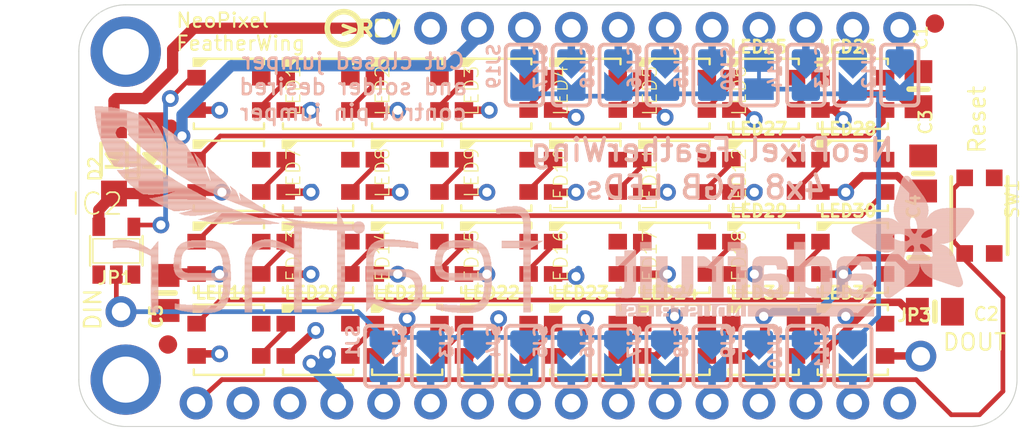
<source format=kicad_pcb>
(kicad_pcb (version 20211014) (generator pcbnew)
  (layers (0 "F.Cu" signal) (31 "B.Cu" signal) (34 "B.Paste" user) (35 "F.Paste" user) (36 "B.SilkS" user "B.Silkscreen") (37 "F.SilkS" user "F.Silkscreen") (38 "B.Mask" user) (39 "F.Mask" user) (44 "Edge.Cuts" user))
  (net 0 "")
  (net 1 "N$4")
  (net 2 "N$6")
  (net 3 "N$7")
  (net 4 "N$8")
  (net 5 "N$9")
  (net 6 "N$10")
  (net 7 "N$11")
  (net 8 "N$12")
  (net 9 "N$13")
  (net 10 "N$14")
  (net 11 "N$15")
  (net 12 "N$18")
  (net 13 "VBAT")
  (net 14 "USB")
  (net 15 "N$3")
  (net 16 "N$5")
  (net 17 "N$19")
  (net 18 "N$20")
  (net 19 "N$21")
  (net 20 "N$23")
  (net 21 "N$24")
  (net 22 "N$25")
  (net 23 "VDD")
  (net 24 "GND")
  (net 25 "N$26")
  (net 26 "N$27")
  (net 27 "N$28")
  (net 28 "N$29")
  (net 29 "N$30")
  (net 30 "N$31")
  (net 31 "N$32")
  (net 32 "N$33")
  (net 33 "N$34")
  (net 34 "N$35")
  (net 35 "N$36")
  (net 36 "N$37")
  (net 37 "N$38")
  (net 38 "N$39")
  (net 39 "N$40")
  (net 40 "N$42")
  (net 41 "D6")
  (net 42 "DIN")
  (net 43 "N$22")
  (net 44 "N$1")
  (net 45 "N$2")
  (net 46 "N$17")
  (net 47 "N$43")
  (net 48 "N$44")
  (net 49 "N$45")
  (net 50 "N$16")
  (net 51 "N$47")
  (net 52 "N$41")
  (net 53 "N$48")
  (net 54 "N$49")
  (net 55 "N$50")
  (net 56 "N$46")
  (net 57 "N$51")
  (net 58 "N$52")
  (net 59 "N$53")
  (footprint "boardEagle:LED3535" (layer "F.Cu") (at 136.0551 102.8446)
    (fp_text reference "LED8")
    (fp_text value "WS2812B3535" hide)
  )
  (footprint "boardEagle:LED3535" (layer "F.Cu") (at 150.5331 107.2896)
    (fp_text reference "LED17")
    (fp_text value "WS2812B3535" hide)
  )
  (footprint "boardEagle:LED3535" (layer "F.Cu") (at 145.7071 98.3996)
    (fp_text reference "LED4")
    (fp_text value "WS2812B3535" hide)
  )
  (footprint "boardEagle:0805-NO" (layer "F.Cu") (at 168.8211 102.7176 90)
    (fp_text reference "C3")
    (fp_text value "10uF")
  )
  (footprint "boardEagle:SOD-123" (layer "F.Cu") (at 127.0381 101.9556 90)
    (fp_text reference "D1")
    (fp_text value "MBR120")
  )
  (footprint "boardEagle:1X01_ROUND" (layer "F.Cu") (at 168.6941 112.6236)
    (fp_text reference "JP3")
    (fp_text value "")
  )
  (footprint "boardEagle:0805-NO" (layer "F.Cu") (at 169.4561 110.2106)
    (fp_text reference "C2")
    (fp_text value "10uF")
  )
  (footprint "boardEagle:BTN_KMR2_4.6X2.8" (layer "F.Cu") (at 171.8691 105.0036 -90)
    (fp_text reference "SW1")
    (fp_text value "KMR2")
  )
  (footprint "boardEagle:LED3535" (layer "F.Cu") (at 136.0551 98.3996)
    (fp_text reference "LED2")
    (fp_text value "WS2812B3535" hide)
  )
  (footprint "boardEagle:LED3535" (layer "F.Cu") (at 165.0111 98.3996)
    (fp_text reference "LED26")
    (fp_text value "WS2812B3535")
  )
  (footprint "boardEagle:LED3535" (layer "F.Cu") (at 150.5331 102.8446)
    (fp_text reference "LED11")
    (fp_text value "WS2812B3535" hide)
  )
  (footprint "boardEagle:FEATHERWING" (layer "F.Cu") (at 123.1011 116.4336)
    (fp_text reference "MS1" hide)
    (fp_text value "FEATHERWING" hide)
    (fp_line (start 50.8 -2.54) (end 50.8 -20.32) (layer "Edge.Cuts") (width 0.05))
    (fp_line (start 0 -20.32) (end 0 -2.54) (layer "Edge.Cuts") (width 0.05))
    (fp_line (start 48.26 -22.86) (end 2.54 -22.86) (layer "Edge.Cuts") (width 0.05))
    (fp_line (start 2.54 0) (end 48.26 0) (layer "Edge.Cuts") (width 0.05))
    (fp_arc (start 50.8 -2.54) (mid 50.056051 -0.743949) (end 48.26 0) (layer "Edge.Cuts") (width 0.05))
    (fp_arc (start 2.54 0) (mid 0.743949 -0.743949) (end 0 -2.54) (layer "Edge.Cuts") (width 0.05))
    (fp_arc (start 0 -20.32) (mid 0.743949 -22.116051) (end 2.54 -22.86) (layer "Edge.Cuts") (width 0.05))
    (fp_arc (start 48.26 -22.86) (mid 50.056051 -22.116051) (end 50.8 -20.32) (layer "Edge.Cuts") (width 0.05))
  )
  (footprint "boardEagle:LED3535" (layer "F.Cu") (at 155.3591 98.3996)
    (fp_text reference "LED6")
    (fp_text value "WS2812B3535" hide)
  )
  (footprint "boardEagle:FIDUCIAL_1MM" (layer "F.Cu") (at 127.9271 111.9886)
    (fp_text reference "FID3" hide)
    (fp_text value "FIDUCIAL\"\"" hide)
  )
  (footprint "boardEagle:0805-NO" (layer "F.Cu") (at 168.5671 107.2896 90)
    (fp_text reference "C4")
    (fp_text value "10uF")
  )
  (footprint "boardEagle:LED3535" (layer "F.Cu") (at 145.7071 102.8446)
    (fp_text reference "LED10")
    (fp_text value "WS2812B3535" hide)
  )
  (footprint "boardEagle:FIDUCIAL_1MM" (layer "F.Cu") (at 169.4561 94.5896)
    (fp_text reference "FID1" hide)
    (fp_text value "FIDUCIAL\"\"" hide)
  )
  (footprint "boardEagle:LED3535" (layer "F.Cu") (at 145.7071 107.2896)
    (fp_text reference "LED16")
    (fp_text value "WS2812B3535" hide)
  )
  (footprint "boardEagle:LED3535" (layer "F.Cu") (at 145.7071 111.7346)
    (fp_text reference "LED22")
    (fp_text value "WS2812B3535")
  )
  (footprint "boardEagle:LED3535" (layer "F.Cu") (at 165.0111 107.2896)
    (fp_text reference "LED30")
    (fp_text value "WS2812B3535")
  )
  (footprint "boardEagle:PCBFEAT-REV-040" (layer "F.Cu") (at 137.4521 94.8436)
    (fp_text reference "U$2" hide)
    (fp_text value "" hide)
  )
  (footprint "boardEagle:LED3535" (layer "F.Cu") (at 131.2291 102.8446)
    (fp_text reference "LED7")
    (fp_text value "WS2812B3535" hide)
  )
  (footprint "boardEagle:LED3535" (layer "F.Cu") (at 165.0111 102.8446)
    (fp_text reference "LED28")
    (fp_text value "WS2812B3535")
  )
  (footprint "boardEagle:LED3535" (layer "F.Cu") (at 165.0111 111.7346)
    (fp_text reference "LED32")
    (fp_text value "WS2812B3535")
  )
  (footprint "boardEagle:LED3535" (layer "F.Cu") (at 150.5331 98.3996)
    (fp_text reference "LED5")
    (fp_text value "WS2812B3535" hide)
  )
  (footprint "boardEagle:LED3535" (layer "F.Cu") (at 140.8811 111.7346)
    (fp_text reference "LED21")
    (fp_text value "WS2812B3535")
  )
  (footprint "boardEagle:0805-NO" (layer "F.Cu") (at 127.8001 109.1946 -90)
    (fp_text reference "C5")
    (fp_text value "10uF")
  )
  (footprint "boardEagle:LED3535" (layer "F.Cu") (at 150.5331 111.7346)
    (fp_text reference "LED23")
    (fp_text value "WS2812B3535")
  )
  (footprint "boardEagle:LED3535" (layer "F.Cu") (at 136.0551 107.2896)
    (fp_text reference "LED14")
    (fp_text value "WS2812B3535" hide)
  )
  (footprint "boardEagle:LED3535" (layer "F.Cu") (at 160.1851 107.2896)
    (fp_text reference "LED29")
    (fp_text value "WS2812B3535")
  )
  (footprint "boardEagle:LED3535" (layer "F.Cu") (at 160.1851 111.7346)
    (fp_text reference "LED31")
    (fp_text value "WS2812B3535")
  )
  (footprint "boardEagle:LED3535" (layer "F.Cu") (at 140.8811 98.3996)
    (fp_text reference "LED3")
    (fp_text value "WS2812B3535" hide)
  )
  (footprint "boardEagle:LED3535" (layer "F.Cu") (at 131.2291 107.2896)
    (fp_text reference "LED13")
    (fp_text value "WS2812B3535" hide)
  )
  (footprint "boardEagle:SOT23-5" (layer "F.Cu") (at 125.1331 106.9086)
    (fp_text reference "IC2")
    (fp_text value "74AHCT1G125DBV")
  )
  (footprint "boardEagle:LED3535" (layer "F.Cu") (at 160.1851 102.8446)
    (fp_text reference "LED27")
    (fp_text value "WS2812B3535")
  )
  (footprint "boardEagle:1X01_ROUND" (layer "F.Cu") (at 125.3871 110.2106)
    (fp_text reference "JP1")
    (fp_text value "")
  )
  (footprint "boardEagle:LED3535" (layer "F.Cu") (at 140.8811 102.8446)
    (fp_text reference "LED9")
    (fp_text value "WS2812B3535" hide)
  )
  (footprint "boardEagle:0805-NO" (layer "F.Cu") (at 168.5671 98.1456 90)
    (fp_text reference "C1")
    (fp_text value "10uF")
  )
  (footprint "boardEagle:LED3535" (layer "F.Cu") (at 155.3591 107.2896)
    (fp_text reference "LED18")
    (fp_text value "WS2812B3535" hide)
  )
  (footprint "boardEagle:LED3535" (layer "F.Cu") (at 131.2291 111.7346)
    (fp_text reference "LED19")
    (fp_text value "WS2812B3535")
  )
  (footprint "boardEagle:LED3535" (layer "F.Cu") (at 136.0551 111.7346)
    (fp_text reference "LED20")
    (fp_text value "WS2812B3535")
  )
  (footprint "boardEagle:LED3535" (layer "F.Cu") (at 131.2291 98.3996)
    (fp_text reference "LED1")
    (fp_text value "WS2812B3535" hide)
  )
  (footprint "boardEagle:LED3535" (layer "F.Cu") (at 160.1851 98.3996)
    (fp_text reference "LED25")
    (fp_text value "WS2812B3535")
  )
  (footprint "boardEagle:SOD-123" (layer "F.Cu") (at 125.0061 101.9556 90)
    (fp_text reference "D2")
    (fp_text value "MBR120")
  )
  (footprint "boardEagle:LED3535" (layer "F.Cu") (at 155.3591 111.7346)
    (fp_text reference "LED24")
    (fp_text value "WS2812B3535")
  )
  (footprint "boardEagle:LED3535" (layer "F.Cu") (at 155.3591 102.8446)
    (fp_text reference "LED12")
    (fp_text value "WS2812B3535" hide)
  )
  (footprint "boardEagle:LED3535" (layer "F.Cu") (at 140.8811 107.2896)
    (fp_text reference "LED15")
    (fp_text value "WS2812B3535" hide)
  )
  (footprint "boardEagle:FEATHERLOGO" (layer "B.Cu") (at 148.2471 110.3376 180)
    (fp_text reference "U$3" hide)
    (fp_text value "" hide)
  )
  (footprint "boardEagle:SOLDERJUMPER_ARROW_NOPASTE" (layer "B.Cu") (at 149.7711 97.3836 -90)
    (fp_text reference "SJ17")
    (fp_text value "")
  )
  (footprint "boardEagle:SOLDERJUMPER_ARROW_NOPASTE" (layer "B.Cu") (at 157.3911 97.3836 -90)
    (fp_text reference "SJ15")
    (fp_text value "")
  )
  (footprint "boardEagle:SOLDERJUMPER_ARROW_NOPASTE" (layer "B.Cu") (at 152.3111 97.3836 -90)
    (fp_text reference "SJ18")
    (fp_text value "")
  )
  (footprint "boardEagle:SOLDERJUMPER_ARROW_NOPASTE" (layer "B.Cu") (at 154.8511 112.6236 -90)
    (fp_text reference "SJ7")
    (fp_text value "")
  )
  (footprint "boardEagle:SOLDERJUMPER_ARROW_NOPASTE" (layer "B.Cu") (at 152.3111 112.6236 -90)
    (fp_text reference "SJ6")
    (fp_text value "")
  )
  (footprint "boardEagle:SOLDERJUMPER_ARROW_NOPASTE" (layer "B.Cu") (at 147.2311 112.6236 -90)
    (fp_text reference "SJ4")
    (fp_text value "")
  )
  (footprint "boardEagle:SOLDERJUMPER_ARROW_NOPASTE" (layer "B.Cu") (at 142.1511 112.6236 -90)
    (fp_text reference "SJ2")
    (fp_text value "")
  )
  (footprint "boardEagle:SOLDERJUMPER_ARROW_NOPASTE" (layer "B.Cu") (at 162.4711 97.3836 -90)
    (fp_text reference "SJ14")
    (fp_text value "")
  )
  (footprint "boardEagle:SOLDERJUMPER_ARROW_NOPASTE" (layer "B.Cu") (at 147.2311 97.3836 -90)
    (fp_text reference "SJ19")
    (fp_text value "")
  )
  (footprint "boardEagle:ADAFRUIT_TEXT_20MM" (layer "B.Cu") (at 171.7421 110.4646 180)
    (fp_text reference "U$4" hide)
    (fp_text value "" hide)
  )
  (footprint "boardEagle:SOLDERJUMPER_ARROW_NOPASTE" (layer "B.Cu") (at 149.7711 112.6236 -90)
    (fp_text reference "SJ5")
    (fp_text value "")
  )
  (footprint "boardEagle:SOLDERJUMPER_ARROW_NOPASTE" (layer "B.Cu") (at 139.6111 112.6236 -90)
    (fp_text reference "SJ1")
    (fp_text value "")
  )
  (footprint "boardEagle:SOLDERJUMPER_ARROW_NOPASTE" (layer "B.Cu") (at 154.8511 97.3836 -90)
    (fp_text reference "SJ16")
    (fp_text value "")
  )
  (footprint "boardEagle:SOLDERJUMPER_ARROW_NOPASTE" (layer "B.Cu") (at 159.9311 112.6236 -90)
    (fp_text reference "SJ9")
    (fp_text value "")
  )
  (footprint "boardEagle:SOLDERJUMPER_ARROW_NOPASTE" (layer "B.Cu") (at 167.5511 97.3836 -90)
    (fp_text reference "SJ12")
    (fp_text value "")
  )
  (footprint "boardEagle:SOLDERJUMPER_ARROW_NOPASTE" (layer "B.Cu") (at 157.3911 112.6236 -90)
    (fp_text reference "SJ8")
    (fp_text value "")
  )
  (footprint "boardEagle:SOLDERJUMPER_CLOSEDWIRE" (layer "B.Cu") (at 159.9311 97.3836 -90)
    (fp_text reference "SJ20")
    (fp_text value "")
  )
  (footprint "boardEagle:SOLDERJUMPER_ARROW_NOPASTE" (layer "B.Cu") (at 165.0111 112.6236 -90)
    (fp_text reference "SJ11")
    (fp_text value "")
  )
  (footprint "boardEagle:SOLDERJUMPER_ARROW_NOPASTE" (layer "B.Cu") (at 144.6911 112.6236 -90)
    (fp_text reference "SJ3")
    (fp_text value "")
  )
  (footprint "boardEagle:SOLDERJUMPER_ARROW_NOPASTE" (layer "B.Cu") (at 162.4711 112.6236 -90)
    (fp_text reference "SJ10")
    (fp_text value "")
  )
  (footprint "boardEagle:SOLDERJUMPER_ARROW_NOPASTE" (layer "B.Cu") (at 165.0111 97.3836 -90)
    (fp_text reference "SJ13")
    (fp_text value "")
  )
  (gr_arc (start 125.6411 116.4336) (mid 123.845049 115.689651) (end 123.1011 113.8936) (layer "Edge.Cuts") (width 0.05))
  (gr_arc (start 173.9011 113.8936) (mid 173.157151 115.689651) (end 171.3611 116.4336) (layer "Edge.Cuts") (width 0.05))
  (gr_line (start 125.6411 93.5736) (end 171.3611 93.5736) (layer "Edge.Cuts") (width 0.05))
  (gr_arc (start 171.3611 93.5736) (mid 173.157151 94.317549) (end 173.9011 96.1136) (layer "Edge.Cuts") (width 0.05))
  (gr_line (start 173.9011 96.1136) (end 173.9011 113.8936) (layer "Edge.Cuts") (width 0.05))
  (gr_line (start 123.1011 113.8936) (end 123.1011 96.1136) (layer "Edge.Cuts") (width 0.05))
  (gr_arc (start 123.1011 96.1136) (mid 123.845049 94.317549) (end 125.6411 93.5736) (layer "Edge.Cuts") (width 0.05))
  (gr_line (start 171.3611 116.4336) (end 125.6411 116.4336) (layer "Edge.Cuts") (width 0.05))
  (gr_text "Cut closed jumper\nand solder desired\ncontrol pin jumper" (at 137.9601 98.0186) (layer "B.SilkS") (effects (font (size 0.8636 0.8636) (thickness 0.1524)) (justify mirror)))
  (gr_text "4x8 RGB LEDs" (at 157.0101 103.4796) (layer "B.SilkS") (effects (font (size 1.20904 1.20904) (thickness 0.21336)) (justify mirror)))
  (gr_text "NeoPixel FeatherWing" (at 157.3911 101.4476) (layer "B.SilkS") (effects (font (size 1.20904 1.20904) (thickness 0.21336)) (justify mirror)))
  (gr_text "NeoPixel\nFeatherWing" (at 128.3081 96.1136) (layer "F.SilkS") (effects (font (size 0.77343 0.77343) (thickness 0.11557)) (justify left bottom)))
  (gr_text "Reset" (at 171.7421 99.7966 90) (layer "F.SilkS") (effects (font (size 0.89408 0.89408) (thickness 0.12192))))
  (gr_text "DOUT" (at 171.6151 111.8616) (layer "F.SilkS") (effects (font (size 0.89408 0.89408) (thickness 0.12192))))
  (gr_text "DIN" (at 123.8631 110.0836 90) (layer "F.SilkS") (effects (font (size 0.89408 0.89408) (thickness 0.12192))))
  (segment (start 165.0111 115.1636) (end 165.0111 113.6396) (width 0.4064) (layer "B.Cu") (net 1))
  (segment (start 162.4711 115.1636) (end 162.4711 113.6396) (width 0.4064) (layer "B.Cu") (net 2))
  (segment (start 159.9311 115.1636) (end 159.9311 113.6396) (width 0.4064) (layer "B.Cu") (net 3))
  (segment (start 157.3911 115.1636) (end 157.3911 113.6396) (width 0.4064) (layer "B.Cu") (net 4))
  (segment (start 154.8511 115.1636) (end 154.8511 113.6396) (width 0.4064) (layer "B.Cu") (net 5))
  (segment (start 152.3111 115.1636) (end 152.3111 113.6396) (width 0.4064) (layer "B.Cu") (net 6))
  (segment (start 149.7711 115.1636) (end 149.7711 113.6396) (width 0.4064) (layer "B.Cu") (net 7))
  (segment (start 147.2311 115.1636) (end 147.2311 113.6396) (width 0.4064) (layer "B.Cu") (net 8))
  (segment (start 144.6911 115.1636) (end 144.6911 113.6396) (width 0.4064) (layer "B.Cu") (net 9))
  (segment (start 142.1511 115.1636) (end 142.1511 113.6396) (width 0.4064) (layer "B.Cu") (net 10))
  (segment (start 139.6111 115.1636) (end 139.6111 113.6396) (width 0.4064) (layer "B.Cu") (net 11))
  (segment (start 170.3451 115.7986) (end 171.8691 115.7986) (width 0.254) (layer "F.Cu") (net 12))
  (segment (start 170.4721 103.5506) (end 170.4721 106.4006) (width 0.254) (layer "F.Cu") (net 12))
  (segment (start 129.4511 115.1636) (end 130.8481 113.8936) (width 0.254) (layer "F.Cu") (net 12))
  (segment (start 171.8691 115.7986) (end 173.1391 114.5286) (width 0.254) (layer "F.Cu") (net 12))
  (segment (start 170.4721 106.4006) (end 171.0691 107.0536) (width 0.254) (layer "F.Cu") (net 12))
  (segment (start 171.0691 107.3786) (end 171.0691 107.0536) (width 0.254) (layer "F.Cu") (net 12))
  (segment (start 168.4401 113.8936) (end 170.3451 115.7986) (width 0.254) (layer "F.Cu") (net 12))
  (segment (start 171.0691 102.9536) (end 170.4721 103.5506) (width 0.254) (layer "F.Cu") (net 12))
  (segment (start 130.8481 113.8936) (end 168.4401 113.8936) (width 0.254) (layer "F.Cu") (net 12))
  (segment (start 173.1391 114.5286) (end 173.1391 109.4486) (width 0.254) (layer "F.Cu") (net 12))
  (segment (start 173.1391 109.4486) (end 171.0691 107.3786) (width 0.254) (layer "F.Cu") (net 12))
  (segment (start 139.6111 94.8436) (end 129.3241 94.8436) (width 0.6096) (layer "F.Cu") (net 13))
  (segment (start 125.1331 98.6536) (end 125.0061 98.7806) (width 0.6096) (layer "F.Cu") (net 13))
  (segment (start 128.1811 95.9866) (end 128.1811 97.1296) (width 0.6096) (layer "F.Cu") (net 13))
  (segment (start 126.6571 98.6536) (end 125.1331 98.6536) (width 0.6096) (layer "F.Cu") (net 13))
  (segment (start 128.1811 97.1296) (end 126.6571 98.6536) (width 0.6096) (layer "F.Cu") (net 13))
  (segment (start 129.3241 94.8436) (end 128.1811 95.9866) (width 0.6096) (layer "F.Cu") (net 13))
  (segment (start 125.0061 98.7806) (end 125.0061 100.1056) (width 0.6096) (layer "F.Cu") (net 13))
  (segment (start 128.6891 100.6856) (end 128.1091 100.1056) (width 0.6096) (layer "F.Cu") (net 14))
  (segment (start 128.1091 100.1056) (end 127.0381 100.1056) (width 0.6096) (layer "F.Cu") (net 14))
  (via (at 128.6891 100.6856) (size 0.9064) (drill 0.5) (layers "F.Cu" "B.Cu") (net 14))
  (segment (start 128.6891 99.5426) (end 128.6891 100.6856) (width 0.6096) (layer "B.Cu") (net 14))
  (segment (start 131.3561 96.8756) (end 128.6891 99.5426) (width 0.6096) (layer "B.Cu") (net 14))
  (segment (start 144.6911 94.8436) (end 144.6911 95.3516) (width 0.6096) (layer "B.Cu") (net 14))
  (segment (start 143.1671 96.8756) (end 131.3561 96.8756) (width 0.6096) (layer "B.Cu") (net 14))
  (segment (start 144.6911 95.3516) (end 143.1671 96.8756) (width 0.6096) (layer "B.Cu") (net 14))
  (segment (start 147.2311 94.8436) (end 147.2311 96.3676) (width 0.4064) (layer "B.Cu") (net 15))
  (segment (start 149.7711 94.8436) (end 149.7711 96.3676) (width 0.4064) (layer "B.Cu") (net 16))
  (segment (start 152.3111 94.8436) (end 152.3111 96.3676) (width 0.4064) (layer "B.Cu") (net 17))
  (segment (start 154.8511 94.8436) (end 154.8511 96.3676) (width 0.4064) (layer "B.Cu") (net 18))
  (segment (start 157.3911 94.8436) (end 157.3911 96.3676) (width 0.4064) (layer "B.Cu") (net 19))
  (segment (start 162.4711 94.8436) (end 162.4711 96.3676) (width 0.4064) (layer "B.Cu") (net 20))
  (segment (start 165.0111 94.8436) (end 165.0111 96.3676) (width 0.4064) (layer "B.Cu") (net 21))
  (segment (start 167.5511 94.8436) (end 167.5511 96.3676) (width 0.4064) (layer "B.Cu") (net 22))
  (segment (start 158.4491 108.1786) (end 159.6771 108.1786) (width 0.4064) (layer "F.Cu") (net 23))
  (segment (start 168.0591 110.2106) (end 167.5511 109.7026) (width 0.4064) (layer "F.Cu") (net 23))
  (segment (start 165.5191 102.8446) (end 164.6301 103.7336) (width 0.4064) (layer "F.Cu") (net 23))
  (segment (start 168.2471 103.6676) (end 167.4241 102.8446) (width 0.4064) (layer "F.Cu") (net 23))
  (segment (start 134.3051 99.2746) (end 134.7001 99.2886) (width 0.4064) (layer "F.Cu") (net 23))
  (segment (start 153.6091 99.2746) (end 154.4561 99.2746) (width 0.4064) (layer "F.Cu") (net 23))
  (segment (start 127.8801 108.1646) (end 129.4791 108.1646) (width 0.6096) (layer "F.Cu") (net 23))
  (segment (start 143.9571 108.1646) (end 143.9711 108.1786) (width 0.4064) (layer "F.Cu") (net 23))
  (segment (start 148.7831 108.1646) (end 148.7971 108.3056) (width 0.4064) (layer "F.Cu") (net 23))
  (segment (start 139.1311 99.2746) (end 139.1451 99.2886) (width 0.4064) (layer "F.Cu") (net 23))
  (segment (start 168.5671 108.2396) (end 168.3741 108.2396) (width 0.4064) (layer "F.Cu") (net 23))
  (segment (start 165.3921 107.2896) (end 164.5031 108.1786) (width 0.4064) (layer "F.Cu") (net 23))
  (segment (start 163.2751 103.7336) (end 164.6301 103.7336) (width 0.4064) (layer "F.Cu") (net 23))
  (segment (start 144.3241 112.6096) (end 145.8341 111.0996) (width 0.4064) (layer "F.Cu") (net 23))
  (segment (start 153.6091 108.1646) (end 153.6231 108.1786) (width 0.4064) (layer "F.Cu") (net 23))
  (segment (start 129.4791 103.7196) (end 129.4791 103.8056) (width 0.6096) (layer "F.Cu") (net 23))
  (segment (start 168.5671 99.0956) (end 168.1201 99.0956) (width 0.4064) (layer "F.Cu") (net 23))
  (segment (start 160.1851 111.7346) (end 160.1851 110.4646) (width 0.4064) (layer "F.Cu") (net 23))
  (segment (start 143.9571 103.7196) (end 143.9711 103.7336) (width 0.4064) (layer "F.Cu") (net 23))
  (segment (start 154.4561 99.2746) (end 154.8511 99.6696) (width 0.4064) (layer "F.Cu") (net 23))
  (segment (start 129.4791 103.7196) (end 129.4931 103.7336) (width 0.4064) (layer "F.Cu") (net 23))
  (segment (start 155.3591 111.6076) (end 155.3591 110.4646) (width 0.4064) (layer "F.Cu") (net 23))
  (segment (start 158.4351 108.1646) (end 158.4491 108.1786) (width 0.4064) (layer "F.Cu") (net 23))
  (segment (start 168.5061 110.2106) (end 168.0591 110.2106) (width 0.4064) (layer "F.Cu") (net 23))
  (segment (start 140.8811 111.2266) (end 140.8811 110.5916) (width 0.4064) (layer "F.Cu") (net 23))
  (segment (start 158.4351 103.7196) (end 158.4491 103.7336) (width 0.4064) (layer "F.Cu") (net 23))
  (segment (start 129.4791 103.8056) (end 127.0381 103.8056) (width 0.6096) (layer "F.Cu") (net 23))
  (segment (start 148.7971 108.3056) (end 150.0251 108.3056) (width 0.4064) (layer "F.Cu") (net 23))
  (segment (start 163.2611 103.7196) (end 163.2751 103.7336) (width 0.4064) (layer "F.Cu") (net 23))
  (segment (start 139.1311 103.7196) (end 139.1451 103.7336) (width 0.4064) (layer "F.Cu") (net 23))
  (segment (start 139.1451 99.2886) (end 140.3731 99.2886) (width 0.4064) (layer "F.Cu") (net 23))
  (segment (start 134.3191 103.7336) (end 135.6741 103.7336) (width 0.4064) (layer "F.Cu") (net 23))
  (segment (start 164.7571 111.1136) (end 163.2611 112.6096) (width 0.4064) (layer "F.Cu") (net 23))
  (segment (start 148.7971 99.2886) (end 150.0251 99.6696) (width 0.4064) (layer "F.Cu") (net 23))
  (segment (start 143.9571 99.2746) (end 143.9711 99.2886) (width 0.4064) (layer "F.Cu") (net 23))
  (segment (start 134.3051 108.1646) (end 135.0811 108.1786) (width 0.4064) (layer "F.Cu") (net 23))
  (segment (start 167.5511 109.7026) (end 166.1541 109.7026) (width 0.4064) (layer "F.Cu") (net 23))
  (segment (start 124.1831 105.6086) (end 124.1831 104.6946) (width 0.6096) (layer "F.Cu") (net 23))
  (segment (start 125.0061 103.8056) (end 127.0381 103.8056) (width 0.6096) (layer "F.Cu") (net 23))
  (segment (start 154.3571 112.6096) (end 155.3591 111.6076) (width 0.4064) (layer "F.Cu") (net 23))
  (segment (start 165.2651 110.5916) (end 164.7571 111.0996) (width 0.4064) (layer "F.Cu") (net 23))
  (segment (start 153.6231 103.7336) (end 154.9781 103.7336) (width 0.4064) (layer "F.Cu") (net 23))
  (segment (start 159.1551 99.2746) (end 159.6771 99.7966) (width 0.4064) (layer "F.Cu") (net 23))
  (segment (start 148.7831 103.7196) (end 148.7971 103.7336) (width 0.4064) (layer "F.Cu") (net 23))
  (segment (start 168.3741 108.2396) (end 167.4241 107.2896) (width 0.4064) (layer "F.Cu") (net 23))
  (segment (start 143.9711 108.1786) (end 145.1991 108.1786) (width 0.4064) (layer "F.Cu") (net 23))
  (segment (start 148.7971 103.7336) (end 150.0251 103.7336) (width 0.4064) (layer "F.Cu") (net 23))
  (segment (start 158.4351 99.2746) (end 159.1551 99.2746) (width 0.4064) (layer "F.Cu") (net 23))
  (segment (start 134.5451 112.4826) (end 135.9281 111.2266) (width 0.4064) (layer "F.Cu") (net 23))
  (segment (start 150.5331 111.2266) (end 150.5331 110.5916) (width 0.4064) (layer "F.Cu") (net 23))
  (segment (start 167.4241 107.2896) (end 165.3921 107.2896) (width 0.4064) (layer "F.Cu") (net 23))
  (segment (start 139.1451 108.1786) (end 140.3731 108.1786) (width 0.4064) (layer "F.Cu") (net 23))
  (segment (start 168.1201 99.0956) (end 167.4241 98.3996) (width 0.4064) (layer "F.Cu") (net 23))
  (segment (start 149.1501 112.6096) (end 150.5331 111.2266) (width 0.4064) (layer "F.Cu") (net 23))
  (segment (start 143.9711 99.2886) (end 145.3261 99.2886) (width 0.4064) (layer "F.Cu") (net 23))
  (segment (start 165.1381 110.4646) (end 164.6301 110.4646) (width 0.4064) (layer "F.Cu") (net 23))
  (segment (start 164.7571 111.0996) (end 164.7571 111.1136) (width 0.4064) (layer "F.Cu") (net 23))
  (segment (start 134.3051 112.6096) (end 134.5451 112.4826) (width 0.4064) (layer "F.Cu") (net 23))
  (segment (start 163.9811 99.2746) (end 164.5031 99.7966) (width 0.4064) (layer "F.Cu") (net 23))
  (segment (start 129.5921 112.4966) (end 130.7211 112.4966) (width 0.4064) (layer "F.Cu") (net 23))
  (segment (start 165.2651 110.5916) (end 165.1381 110.4646) (width 0.4064) (layer "F.Cu") (net 23))
  (segment (start 139.1311 108.1646) (end 139.1451 108.1786) (width 0.4064) (layer "F.Cu") (net 23))
  (segment (start 163.2611 108.1646) (end 163.2751 108.1786) (width 0.4064) (layer "F.Cu") (net 23))
  (segment (start 129.4791 108.1646) (end 129.4931 108.1786) (width 0.4064) (layer "F.Cu") (net 23))
  (segment (start 153.6091 103.7196) (end 153.6231 103.7336) (width 0.4064) (layer "F.Cu") (net 23))
  (segment (start 168.8211 103.6676) (end 168.2471 103.6676) (width 0.4064) (layer "F.Cu") (net 23))
  (segment (start 148.7831 99.2746) (end 148.7971 99.2886) (width 0.4064) (layer "F.Cu") (net 23))
  (segment (start 127.8001 108.2446) (end 127.8801 108.1646) (width 0.6096) (layer "F.Cu") (net 23))
  (segment (start 163.2611 99.2746) (end 163.9811 99.2746) (width 0.4064) (layer "F.Cu") (net 23))
  (segment (start 134.3051 103.7196) (end 134.3191 103.7336) (width 0.4064) (layer "F.Cu") (net 23))
  (segment (start 143.9571 112.6096) (end 144.3241 112.6096) (width 0.4064) (layer "F.Cu") (net 23))
  (segment (start 153.6091 112.6096) (end 154.3571 112.6096) (width 0.4064) (layer "F.Cu") (net 23))
  (segment (start 153.6231 108.1786) (end 154.9781 108.1786) (width 0.4064) (layer "F.Cu") (net 23))
  (segment (start 129.4931 108.1786) (end 130.7211 108.1786) (width 0.4064) (layer "F.Cu") (net 23))
  (segment (start 129.4791 99.2746) (end 129.4931 99.2886) (width 0.4064) (layer "F.Cu") (net 23))
  (segment (start 158.4351 112.6096) (end 159.3101 112.6096) (width 0.4064) (layer "F.Cu") (net 23))
  (segment (start 158.4491 103.7336) (end 159.6771 103.7336) (width 0.4064) (layer "F.Cu") (net 23))
  (segment (start 164.8561 98.3996) (end 163.9811 99.2746) (width 0.4064) (layer "F.Cu") (net 23))
  (segment (start 124.1831 104.6946) (end 125.0061 103.8056) (width 0.6096) (layer "F.Cu") (net 23))
  (segment (start 129.4931 99.2886) (end 130.7211 99.2886) (width 0.4064) (layer "F.Cu") (net 23))
  (segment (start 129.4931 103.7336) (end 130.8481 103.7336) (width 0.4064) (layer "F.Cu") (net 23))
  (segment (start 163.2751 108.1786) (end 164.5031 108.1786) (width 0.4064) (layer "F.Cu") (net 23))
  (segment (start 166.1541 109.7026) (end 165.2651 110.5916) (width 0.4064) (layer "F.Cu") (net 23))
  (segment (start 139.1451 103.7336) (end 140.5001 103.7336) (width 0.4064) (layer "F.Cu") (net 23))
  (segment (start 167.4241 102.8446) (end 165.5191 102.8446) (width 0.4064) (layer "F.Cu") (net 23))
  (segment (start 159.3101 112.6096) (end 160.1851 111.7346) (width 0.4064) (layer "F.Cu") (net 23))
  (segment (start 134.7001 99.2886) (end 135.6741 99.2886) (width 0.4064) (layer "F.Cu") (net 23))
  (segment (start 145.8341 111.0996) (end 145.8341 110.5916) (width 0.4064) (layer "F.Cu") (net 23))
  (segment (start 143.9711 103.7336) (end 145.1991 103.7336) (width 0.4064) (layer "F.Cu") (net 23))
  (segment (start 135.0811 108.1786) (end 135.6741 108.1786) (width 0.4064) (layer "F.Cu") (net 23))
  (segment (start 139.4981 112.6096) (end 140.8811 111.2266) (width 0.4064) (layer "F.Cu") (net 23))
  (segment (start 167.4241 98.3996) (end 164.8561 98.3996) (width 0.4064) (layer "F.Cu") (net 23))
  (segment (start 139.1311 112.6096) (end 139.4981 112.6096) (width 0.4064) (layer "F.Cu") (net 23))
  (segment (start 129.4791 112.6096) (end 129.5921 112.4966) (width 0.4064) (layer "F.Cu") (net 23))
  (segment (start 148.7831 112.6096) (end 149.1501 112.6096) (width 0.4064) (layer "F.Cu") (net 23))
  (via (at 140.3731 99.2886) (size 0.9064) (drill 0.5) (layers "F.Cu" "B.Cu") (net 23))
  (via (at 154.9781 103.7336) (size 0.9064) (drill 0.5) (layers "F.Cu" "B.Cu") (net 23))
  (via (at 150.5331 110.5916) (size 0.9064) (drill 0.5) (layers "F.Cu" "B.Cu") (net 23))
  (via (at 145.1991 108.1786) (size 0.9064) (drill 0.5) (layers "F.Cu" "B.Cu") (net 23))
  (via (at 155.3591 110.4646) (size 0.9064) (drill 0.5) (layers "F.Cu" "B.Cu") (net 23))
  (via (at 145.1991 103.7336) (size 0.9064) (drill 0.5) (layers "F.Cu" "B.Cu") (net 23))
  (via (at 159.6771 103.7336) (size 0.9064) (drill 0.5) (layers "F.Cu" "B.Cu") (net 23))
  (via (at 159.6771 108.1786) (size 0.9064) (drill 0.5) (layers "F.Cu" "B.Cu") (net 23))
  (via (at 164.6301 110.4646) (size 0.9064) (drill 0.5) (layers "F.Cu" "B.Cu") (net 23))
  (via (at 154.9781 108.1786) (size 0.9064) (drill 0.5) (layers "F.Cu" "B.Cu") (net 23))
  (via (at 145.3261 99.2886) (size 0.9064) (drill 0.5) (layers "F.Cu" "B.Cu") (net 23))
  (via (at 150.0251 108.3056) (size 0.9064) (drill 0.5) (layers "F.Cu" "B.Cu") (net 23))
  (via (at 145.8341 110.5916) (size 0.9064) (drill 0.5) (layers "F.Cu" "B.Cu") (net 23))
  (via (at 135.6741 103.7336) (size 0.9064) (drill 0.5) (layers "F.Cu" "B.Cu") (net 23))
  (via (at 130.7211 99.2886) (size 0.9064) (drill 0.5) (layers "F.Cu" "B.Cu") (net 23))
  (via (at 164.5031 99.7966) (size 0.9064) (drill 0.5) (layers "F.Cu" "B.Cu") (net 23))
  (via (at 164.5031 108.1786) (size 0.9064) (drill 0.5) (layers "F.Cu" "B.Cu") (net 23))
  (via (at 150.0251 103.7336) (size 0.9064) (drill 0.5) (layers "F.Cu" "B.Cu") (net 23))
  (via (at 130.7211 112.4966) (size 0.9064) (drill 0.5) (layers "F.Cu" "B.Cu") (net 23))
  (via (at 160.1851 110.4646) (size 0.9064) (drill 0.5) (layers "F.Cu" "B.Cu") (net 23))
  (via (at 130.7211 108.1786) (size 0.9064) (drill 0.5) (layers "F.Cu" "B.Cu") (net 23))
  (via (at 154.8511 99.6696) (size 0.9064) (drill 0.5) (layers "F.Cu" "B.Cu") (net 23))
  (via (at 135.6741 99.2886) (size 0.9064) (drill 0.5) (layers "F.Cu" "B.Cu") (net 23))
  (via (at 140.8811 110.5916) (size 0.9064) (drill 0.5) (layers "F.Cu" "B.Cu") (net 23))
  (via (at 135.9281 111.2266) (size 0.9064) (drill 0.5) (layers "F.Cu" "B.Cu") (net 23))
  (via (at 159.6771 99.7966) (size 0.9064) (drill 0.5) (layers "F.Cu" "B.Cu") (net 23))
  (via (at 135.6741 108.1786) (size 0.9064) (drill 0.5) (layers "F.Cu" "B.Cu") (net 23))
  (via (at 130.8481 103.7336) (size 0.9064) (drill 0.5) (layers "F.Cu" "B.Cu") (net 23))
  (via (at 140.5001 103.7336) (size 0.9064) (drill 0.5) (layers "F.Cu" "B.Cu") (net 23))
  (via (at 140.3731 108.1786) (size 0.9064) (drill 0.5) (layers "F.Cu" "B.Cu") (net 23))
  (via (at 164.6301 103.7336) (size 0.9064) (drill 0.5) (layers "F.Cu" "B.Cu") (net 23))
  (via (at 150.0251 99.6696) (size 0.9064) (drill 0.5) (layers "F.Cu" "B.Cu") (net 23))
  (segment (start 159.6771 103.7336) (end 159.8041 103.6066) (width 0.4064) (layer "B.Cu") (net 23))
  (segment (start 160.1851 110.4646) (end 160.1851 110.3376) (width 0.4064) (layer "B.Cu") (net 23))
  (segment (start 150.5331 110.5916) (end 150.5331 110.4646) (width 0.4064) (layer "B.Cu") (net 23))
  (segment (start 140.8811 110.5916) (end 140.8811 110.4646) (width 0.4064) (layer "B.Cu") (net 23))
  (segment (start 154.9781 108.1786) (end 155.1051 108.0516) (width 0.4064) (layer "B.Cu") (net 23))
  (segment (start 130.7211 112.4966) (end 130.8481 112.6236) (width 0.4064) (layer "B.Cu") (net 23))
  (segment (start 154.8511 103.6066) (end 154.8511 103.4796) (width 0.4064) (layer "B.Cu") (net 23))
  (segment (start 155.3591 110.4646) (end 155.2321 110.4646) (width 0.4064) (layer "B.Cu") (net 23))
  (segment (start 159.8041 103.6066) (end 159.9311 103.6066) (width 0.4064) (layer "B.Cu") (net 23))
  (segment (start 135.4201 99.1616) (end 135.8011 99.2886) (width 0.4064) (layer "B.Cu") (net 23))
  (segment (start 164.3761 99.9236) (end 164.5031 100.0506) (width 0.4064) (layer "B.Cu") (net 23))
  (segment (start 159.6771 99.7966) (end 159.6771 100.0506) (width 0.4064) (layer "B.Cu") (net 23))
  (segment (start 145.1991 103.7336) (end 145.3261 103.6066) (width 0.4064) (layer "B.Cu") (net 23))
  (segment (start 145.8341 110.5916) (end 145.5801 110.5916) (width 0.4064) (layer "B.Cu") (net 23))
  (segment (start 164.6301 103.7336) (end 164.6301 103.4796) (width 0.4064) (layer "B.Cu") (net 23))
  (segment (start 150.0251 108.3056) (end 150.1521 108.1786) (width 0.4064) (layer "B.Cu") (net 23))
  (segment (start 164.3761 108.1786) (end 164.3761 108.9406) (width 0.4064) (layer "B.Cu") (net 23))
  (segment (start 135.6741 99.2886) (end 135.4201 99.1616) (width 0.4064) (layer "B.Cu") (net 23))
  (segment (start 130.7211 108.1786) (end 130.9751 108.1786) (width 0.4064) (layer "B.Cu") (net 23))
  (segment (start 164.5031 99.7966) (end 164.3761 99.9236) (width 0.4064) (layer "B.Cu") (net 23))
  (segment (start 163.1061 110.2106) (end 160.6931 110.2106) (width 0.4064) (layer "B.Cu") (net 23))
  (segment (start 140.5001 103.7336) (end 140.6271 103.6066) (width 0.4064) (layer "B.Cu") (net 23))
  (segment (start 145.3261 99.2886) (end 145.4531 99.1616) (width 0.4064) (layer "B.Cu") (net 23))
  (segment (start 150.0251 99.6696) (end 149.8981 99.5426) (width 0.4064) (layer "B.Cu") (net 23))
  (segment (start 150.0251 103.7336) (end 150.1521 103.7336) (width 0.4064) (layer "B.Cu") (net 23))
  (segment (start 140.8811 110.4646) (end 140.7541 110.3376) (width 0.4064) (layer "B.Cu") (net 23))
  (segment (start 130.8481 112.6236) (end 130.9751 112.6236) (width 0.4064) (layer "B.Cu") (net 23))
  (segment (start 145.1991 108.1786) (end 145.3261 107.9246) (width 0.4064) (layer "B.Cu") (net 23))
  (segment (start 145.4531 99.1616) (end 145.3261 99.1616) (width 0.4064) (layer "B.Cu") (net 23))
  (segment (start 164.6301 110.4646) (end 164.5031 110.4646) (width 0.4064) (layer "B.Cu") (net 23))
  (segment (start 150.1521 108.1786) (end 150.1521 107.9246) (width 0.4064) (layer "B.Cu") (net 23))
  (segment (start 154.8511 99.6696) (end 154.7241 99.6696) (width 0.4064) (layer "B.Cu") (net 23))
  (segment (start 130.7211 99.2886) (end 130.9751 99.2886) (width 0.4064) (layer "B.Cu") (net 23))
  (segment (start 140.6271 103.6066) (end 140.6271 103.4796) (width 0.4064) (layer "B.Cu") (net 23))
  (segment (start 140.3731 99.2886) (end 140.2461 99.1616) (width 0.4064) (layer "B.Cu") (net 23))
  (segment (start 164.3761 108.9406) (end 163.1061 110.2106) (width 0.4064) (layer "B.Cu") (net 23))
  (segment (start 154.9781 103.7336) (end 154.8511 103.6066) (width 0.4064) (layer "B.Cu") (net 23))
  (segment (start 164.5031 108.1786) (end 164.6301 108.0516) (width 0.4064) (layer "B.Cu") (net 23))
  (segment (start 150.5331 110.4646) (end 150.4061 110.3376) (width 0.4064) (layer "B.Cu") (net 23))
  (segment (start 130.8481 103.7336) (end 131.1021 103.7336) (width 0.4064) (layer "B.Cu") (net 23))
  (segment (start 140.3731 108.1786) (end 140.2461 108.0516) (width 0.4064) (layer "B.Cu") (net 23))
  (segment (start 159.6771 108.1786) (end 159.9311 107.9246) (width 0.4064) (layer "B.Cu") (net 23))
  (segment (start 160.6931 110.2106) (end 160.3121 110.5916) (width 0.4064) (layer "B.Cu") (net 23))
  (segment (start 149.8981 99.5426) (end 150.0251 99.5426) (width 0.4064) (layer "B.Cu") (net 23))
  (segment (start 135.6741 103.7336) (end 135.8011 103.6066) (width 0.4064) (layer "B.Cu") (net 23))
  (segment (start 140.2461 108.0516) (end 140.5001 108.0516) (width 0.4064) (layer "B.Cu") (net 23))
  (segment (start 135.8011 103.6066) (end 135.8011 103.4796) (width 0.4064) (layer "B.Cu") (net 23))
  (via (at 136.5631 112.4966) (size 0.9064) (drill 0.5) (layers "F.Cu" "B.Cu") (net 24))
  (via (at 135.6741 113.0046) (size 0.9064) (drill 0.5) (layers "F.Cu" "B.Cu") (net 24))
  (segment (start 136.5631 112.8776) (end 136.1821 113.2586) (width 0.8128) (layer "B.Cu") (net 24))
  (segment (start 137.0711 114.4016) (end 135.6741 113.0046) (width 0.8128) (layer "B.Cu") (net 24))
  (segment (start 136.5631 112.4966) (end 136.5631 112.8776) (width 0.8128) (layer "B.Cu") (net 24))
  (segment (start 137.0711 115.1636) (end 137.0711 114.4016) (width 0.8128) (layer "B.Cu") (net 24))
  (segment (start 132.9791 99.2746) (end 132.9791 99.0626) (width 0.254) (layer "F.Cu") (net 25))
  (segment (start 134.3051 97.7366) (end 134.3051 97.5246) (width 0.254) (layer "F.Cu") (net 25))
  (segment (start 132.9791 99.0626) (end 134.3051 97.7366) (width 0.254) (layer "F.Cu") (net 25))
  (segment (start 137.8051 99.2746) (end 137.8051 99.1896) (width 0.254) (layer "F.Cu") (net 26))
  (segment (start 137.8051 99.1896) (end 139.1311 97.8636) (width 0.254) (layer "F.Cu") (net 26))
  (segment (start 139.1311 97.8636) (end 139.1311 97.5246) (width 0.254) (layer "F.Cu") (net 26))
  (segment (start 142.6311 99.2746) (end 142.6311 99.0626) (width 0.254) (layer "F.Cu") (net 27))
  (segment (start 142.6311 99.0626) (end 143.9571 97.7366) (width 0.254) (layer "F.Cu") (net 27))
  (segment (start 143.9571 97.7366) (end 143.9571 97.5246) (width 0.254) (layer "F.Cu") (net 27))
  (segment (start 148.7831 97.7366) (end 148.7831 97.5246) (width 0.254) (layer "F.Cu") (net 28))
  (segment (start 147.4571 99.2746) (end 147.4571 99.0626) (width 0.254) (layer "F.Cu") (net 28))
  (segment (start 147.4571 99.0626) (end 148.7831 97.7366) (width 0.254) (layer "F.Cu") (net 28))
  (segment (start 152.2831 99.1896) (end 153.6091 97.8636) (width 0.254) (layer "F.Cu") (net 29))
  (segment (start 153.6091 97.8636) (end 153.6091 97.5246) (width 0.254) (layer "F.Cu") (net 29))
  (segment (start 152.2831 99.2746) (end 152.2831 99.1896) (width 0.254) (layer "F.Cu") (net 29))
  (segment (start 134.3051 102.3086) (end 134.3051 101.9696) (width 0.254) (layer "F.Cu") (net 30))
  (segment (start 132.9791 103.7196) (end 132.9791 103.6346) (width 0.254) (layer "F.Cu") (net 30))
  (segment (start 132.9791 103.6346) (end 134.3051 102.3086) (width 0.254) (layer "F.Cu") (net 30))
  (segment (start 137.8051 103.6346) (end 139.1311 102.3086) (width 0.254) (layer "F.Cu") (net 31))
  (segment (start 139.1311 102.3086) (end 139.1311 101.9696) (width 0.254) (layer "F.Cu") (net 31))
  (segment (start 137.8051 103.7196) (end 137.8051 103.6346) (width 0.254) (layer "F.Cu") (net 31))
  (segment (start 143.9571 102.3086) (end 143.9571 101.9696) (width 0.254) (layer "F.Cu") (net 32))
  (segment (start 142.6311 103.7196) (end 142.6311 103.6346) (width 0.254) (layer "F.Cu") (net 32))
  (segment (start 142.6311 103.6346) (end 143.9571 102.3086) (width 0.254) (layer "F.Cu") (net 32))
  (segment (start 148.7831 102.3086) (end 148.7831 101.9696) (width 0.254) (layer "F.Cu") (net 33))
  (segment (start 147.4571 103.7196) (end 147.4571 103.6346) (width 0.254) (layer "F.Cu") (net 33))
  (segment (start 147.4571 103.6346) (end 148.7831 102.3086) (width 0.254) (layer "F.Cu") (net 33))
  (segment (start 152.2831 103.7196) (end 152.2831 103.6346) (width 0.254) (layer "F.Cu") (net 34))
  (segment (start 153.6091 102.3086) (end 153.6091 101.9696) (width 0.254) (layer "F.Cu") (net 34))
  (segment (start 152.2831 103.6346) (end 153.6091 102.3086) (width 0.254) (layer "F.Cu") (net 34))
  (segment (start 132.9791 108.1646) (end 132.9791 108.0796) (width 0.254) (layer "F.Cu") (net 35))
  (segment (start 134.3051 106.7536) (end 134.3051 106.4146) (width 0.254) (layer "F.Cu") (net 35))
  (segment (start 132.9791 108.0796) (end 134.3051 106.7536) (width 0.254) (layer "F.Cu") (net 35))
  (segment (start 137.8051 107.9526) (end 139.1311 106.6266) (width 0.254) (layer "F.Cu") (net 36))
  (segment (start 139.1311 106.6266) (end 139.1311 106.4146) (width 0.254) (layer "F.Cu") (net 36))
  (segment (start 137.8051 108.1646) (end 137.8051 107.9526) (width 0.254) (layer "F.Cu") (net 36))
  (segment (start 142.6311 108.1646) (end 142.6311 107.9526) (width 0.254) (layer "F.Cu") (net 37))
  (segment (start 143.9571 106.6266) (end 143.9571 106.4146) (width 0.254) (layer "F.Cu") (net 37))
  (segment (start 142.6311 107.9526) (end 143.9571 106.6266) (width 0.254) (layer "F.Cu") (net 37))
  (segment (start 147.4571 107.9526) (end 148.7831 106.6266) (width 0.254) (layer "F.Cu") (net 38))
  (segment (start 148.7831 106.6266) (end 148.7831 106.4146) (width 0.254) (layer "F.Cu") (net 38))
  (segment (start 147.4571 108.1646) (end 147.4571 107.9526) (width 0.254) (layer "F.Cu") (net 38))
  (segment (start 152.2831 108.1646) (end 152.2831 107.9526) (width 0.254) (layer "F.Cu") (net 39))
  (segment (start 153.6091 106.6266) (end 153.6091 106.4146) (width 0.254) (layer "F.Cu") (net 39))
  (segment (start 152.2831 107.9526) (end 153.6091 106.6266) (width 0.254) (layer "F.Cu") (net 39))
  (segment (start 129.4791 101.9696) (end 130.7631 100.6856) (width 0.254) (layer "F.Cu") (net 40))
  (segment (start 165.9001 100.6856) (end 166.6621 99.9236) (width 0.254) (layer "F.Cu") (net 40))
  (segment (start 130.7631 100.6856) (end 165.9001 100.6856) (width 0.254) (layer "F.Cu") (net 40))
  (segment (start 166.6621 99.3736) (end 166.7611 99.2746) (width 0.254) (layer "F.Cu") (net 40))
  (segment (start 166.6621 99.9236) (end 166.6621 99.3736) (width 0.254) (layer "F.Cu") (net 40))
  (segment (start 159.9311 94.8436) (end 159.9311 96.6216) (width 0.4064) (layer "B.Cu") (net 41))
  (segment (start 125.1331 110.2106) (end 125.3871 110.2106) (width 0.254) (layer "F.Cu") (net 42))
  (segment (start 125.1331 108.1986) (end 125.1331 110.2106) (width 0.254) (layer "F.Cu") (net 42))
  (segment (start 149.2631 98.5266) (end 149.3901 98.3996) (width 0.254) (layer "B.Cu") (net 42))
  (segment (start 157.3911 111.6076) (end 154.8511 111.6076) (width 0.254) (layer "B.Cu") (net 42))
  (segment (start 162.2171 98.1456) (end 159.9311 98.1456) (width 0.254) (layer "B.Cu") (net 42))
  (segment (start 152.1841 98.5266) (end 149.2631 98.5266) (width 0.254) (layer "B.Cu") (net 42))
  (segment (start 149.7711 98.3996) (end 147.2311 98.3996) (width 0.254) (layer "B.Cu") (net 42))
  (segment (start 157.3911 98.3996) (end 154.8511 98.3996) (width 0.254) (layer "B.Cu") (net 42))
  (segment (start 154.8511 98.3996) (end 152.3111 98.3996) (width 0.254) (layer "B.Cu") (net 42))
  (segment (start 152.3111 111.6076) (end 149.7711 111.6076) (width 0.254) (layer "B.Cu") (net 42))
  (segment (start 159.9311 111.6076) (end 157.3911 111.6076) (width 0.254) (layer "B.Cu") (net 42))
  (segment (start 149.3901 98.3996) (end 149.7711 98.3996) (width 0.254) (layer "B.Cu") (net 42))
  (segment (start 167.5511 98.3996) (end 166.4081 98.3996) (width 0.254) (layer "B.Cu") (net 42))
  (segment (start 144.6911 111.6076) (end 142.1511 111.6076) (width 0.254) (layer "B.Cu") (net 42))
  (segment (start 165.0111 98.3996) (end 162.4711 98.3996) (width 0.254) (layer "B.Cu") (net 42))
  (segment (start 165.0111 111.6076) (end 162.4711 111.6076) (width 0.254) (layer "B.Cu") (net 42))
  (segment (start 125.3871 110.2106) (end 138.2141 110.2106) (width 0.254) (layer "B.Cu") (net 42))
  (segment (start 149.7711 111.6076) (end 147.2311 111.6076) (width 0.254) (layer "B.Cu") (net 42))
  (segment (start 162.4711 111.6076) (end 159.9311 111.6076) (width 0.254) (layer "B.Cu") (net 42))
  (segment (start 154.8511 111.6076) (end 152.3111 111.6076) (width 0.254) (layer "B.Cu") (net 42))
  (segment (start 162.4711 98.3996) (end 162.2171 98.1456) (width 0.254) (layer "B.Cu") (net 42))
  (segment (start 142.1511 111.6076) (end 139.6111 111.6076) (width 0.254) (layer "B.Cu") (net 42))
  (segment (start 167.5511 98.3996) (end 165.0111 98.3996) (width 0.254) (layer "B.Cu") (net 42))
  (segment (start 159.6771 98.3996) (end 157.3911 98.3996) (width 0.254) (layer "B.Cu") (net 42))
  (segment (start 138.2141 110.2106) (end 139.6111 111.6076) (width 0.254) (layer "B.Cu") (net 42))
  (segment (start 147.2311 111.6076) (end 144.6911 111.6076) (width 0.254) (layer "B.Cu") (net 42))
  (segment (start 166.4081 110.4646) (end 165.2651 111.6076) (width 0.254) (layer "B.Cu") (net 42))
  (segment (start 165.2651 111.6076) (end 165.0111 111.6076) (width 0.254) (layer "B.Cu") (net 42))
  (segment (start 159.9311 98.1456) (end 159.6771 98.3996) (width 0.254) (layer "B.Cu") (net 42))
  (segment (start 166.4081 98.3996) (end 166.4081 110.4646) (width 0.254) (layer "B.Cu") (net 42))
  (segment (start 152.3111 98.3996) (end 152.1841 98.5266) (width 0.254) (layer "B.Cu") (net 42))
  (segment (start 126.0831 105.6086) (end 126.1801 105.5116) (width 0.254) (layer "F.Cu") (net 43))
  (segment (start 128.0541 98.6536) (end 129.1831 97.5246) (width 0.254) (layer "F.Cu") (net 43))
  (segment (start 129.1831 97.5246) (end 129.4791 97.5246) (width 0.254) (layer "F.Cu") (net 43))
  (segment (start 126.1801 105.5116) (end 127.5461 105.5116) (width 0.254) (layer "F.Cu") (net 43))
  (via (at 128.0541 98.6536) (size 0.9064) (drill 0.5) (layers "F.Cu" "B.Cu") (net 43))
  (via (at 127.5461 105.5116) (size 0.9064) (drill 0.5) (layers "F.Cu" "B.Cu") (net 43))
  (segment (start 127.8001 98.9076) (end 128.0541 98.6536) (width 0.254) (layer "B.Cu") (net 43))
  (segment (start 127.5461 105.5116) (end 127.8001 105.2576) (width 0.254) (layer "B.Cu") (net 43))
  (segment (start 127.8001 105.2576) (end 127.8001 98.9076) (width 0.254) (layer "B.Cu") (net 43))
  (segment (start 134.3051 111.1986) (end 134.3051 110.8596) (width 0.254) (layer "F.Cu") (net 44))
  (segment (start 132.9791 112.6096) (end 132.9791 112.5246) (width 0.254) (layer "F.Cu") (net 44))
  (segment (start 132.9791 112.5246) (end 134.3051 111.1986) (width 0.254) (layer "F.Cu") (net 44))
  (segment (start 139.1311 111.0716) (end 139.1311 110.8596) (width 0.254) (layer "F.Cu") (net 45))
  (segment (start 137.8051 112.3976) (end 139.1311 111.0716) (width 0.254) (layer "F.Cu") (net 45))
  (segment (start 137.8051 112.6096) (end 137.8051 112.3976) (width 0.254) (layer "F.Cu") (net 45))
  (segment (start 142.6311 112.6096) (end 142.6311 112.5246) (width 0.254) (layer "F.Cu") (net 46))
  (segment (start 143.9571 111.1986) (end 143.9571 110.8596) (width 0.254) (layer "F.Cu") (net 46))
  (segment (start 142.6311 112.5246) (end 143.9571 111.1986) (width 0.254) (layer "F.Cu") (net 46))
  (segment (start 148.7831 111.1986) (end 148.7831 110.8596) (width 0.254) (layer "F.Cu") (net 47))
  (segment (start 147.4571 112.6096) (end 147.4571 112.5246) (width 0.254) (layer "F.Cu") (net 47))
  (segment (start 147.4571 112.5246) (end 148.7831 111.1986) (width 0.254) (layer "F.Cu") (net 47))
  (segment (start 152.2831 112.6096) (end 152.2831 112.3976) (width 0.254) (layer "F.Cu") (net 48))
  (segment (start 152.2831 112.3976) (end 153.6091 111.0716) (width 0.254) (layer "F.Cu") (net 48))
  (segment (start 153.6091 111.0716) (end 153.6091 110.8596) (width 0.254) (layer "F.Cu") (net 48))
  (segment (start 130.7631 109.5756) (end 165.3501 109.5756) (width 0.254) (layer "F.Cu") (net 49))
  (segment (start 129.4791 110.8596) (end 130.7631 109.5756) (width 0.254) (layer "F.Cu") (net 49))
  (segment (start 165.3501 109.5756) (end 166.7611 108.1646) (width 0.254) (layer "F.Cu") (net 49))
  (segment (start 157.1091 99.1896) (end 158.4351 97.8636) (width 0.254) (layer "F.Cu") (net 50))
  (segment (start 157.1091 99.2746) (end 157.1091 99.1896) (width 0.254) (layer "F.Cu") (net 50))
  (segment (start 158.4351 97.8636) (end 158.4351 97.5246) (width 0.254) (layer "F.Cu") (net 50))
  (segment (start 161.9351 99.2746) (end 161.9351 99.0626) (width 0.254) (layer "F.Cu") (net 51))
  (segment (start 161.9351 99.0626) (end 163.2611 97.7366) (width 0.254) (layer "F.Cu") (net 51))
  (segment (start 163.2611 97.7366) (end 163.2611 97.5246) (width 0.254) (layer "F.Cu") (net 51))
  (segment (start 157.1091 103.5076) (end 158.4351 102.1816) (width 0.254) (layer "F.Cu") (net 52))
  (segment (start 158.4351 102.1816) (end 158.4351 101.9696) (width 0.254) (layer "F.Cu") (net 52))
  (segment (start 157.1091 103.7196) (end 157.1091 103.5076) (width 0.254) (layer "F.Cu") (net 52))
  (segment (start 163.2611 102.3086) (end 163.2611 101.9696) (width 0.254) (layer "F.Cu") (net 53))
  (segment (start 161.9351 103.6346) (end 163.2611 102.3086) (width 0.254) (layer "F.Cu") (net 53))
  (segment (start 161.9351 103.7196) (end 161.9351 103.6346) (width 0.254) (layer "F.Cu") (net 53))
  (segment (start 157.1091 107.9526) (end 158.4351 106.6266) (width 0.254) (layer "F.Cu") (net 54))
  (segment (start 157.1091 108.1646) (end 157.1091 107.9526) (width 0.254) (layer "F.Cu") (net 54))
  (segment (start 158.4351 106.6266) (end 158.4351 106.4146) (width 0.254) (layer "F.Cu") (net 54))
  (segment (start 161.9351 108.0796) (end 163.2611 106.7536) (width 0.254) (layer "F.Cu") (net 55))
  (segment (start 163.2611 106.7536) (end 163.2611 106.4146) (width 0.254) (layer "F.Cu") (net 55))
  (segment (start 161.9351 108.1646) (end 161.9351 108.0796) (width 0.254) (layer "F.Cu") (net 55))
  (segment (start 157.1091 112.5246) (end 158.4351 111.1986) (width 0.254) (layer "F.Cu") (net 56))
  (segment (start 158.4351 111.1986) (end 158.4351 110.8596) (width 0.254) (layer "F.Cu") (net 56))
  (segment (start 157.1091 112.6096) (end 157.1091 112.5246) (width 0.254) (layer "F.Cu") (net 56))
  (segment (start 163.2611 111.1986) (end 163.2611 110.8596) (width 0.254) (layer "F.Cu") (net 57))
  (segment (start 161.9351 112.6096) (end 161.9351 112.5246) (width 0.254) (layer "F.Cu") (net 57))
  (segment (start 161.9351 112.5246) (end 163.2611 111.1986) (width 0.254) (layer "F.Cu") (net 57))
  (segment (start 166.7611 112.6096) (end 168.6801 112.6096) (width 0.4064) (layer "F.Cu") (net 58))
  (segment (start 168.6801 112.6096) (end 168.6941 112.6236) (width 0.4064) (layer "F.Cu") (net 58))
  (segment (start 129.4791 106.4146) (end 130.8901 105.0036) (width 0.254) (layer "F.Cu") (net 59))
  (segment (start 130.8901 105.0036) (end 165.4771 105.0036) (width 0.254) (layer "F.Cu") (net 59))
  (segment (start 165.4771 105.0036) (end 166.7611 103.7196) (width 0.254) (layer "F.Cu") (net 59))
)
</source>
